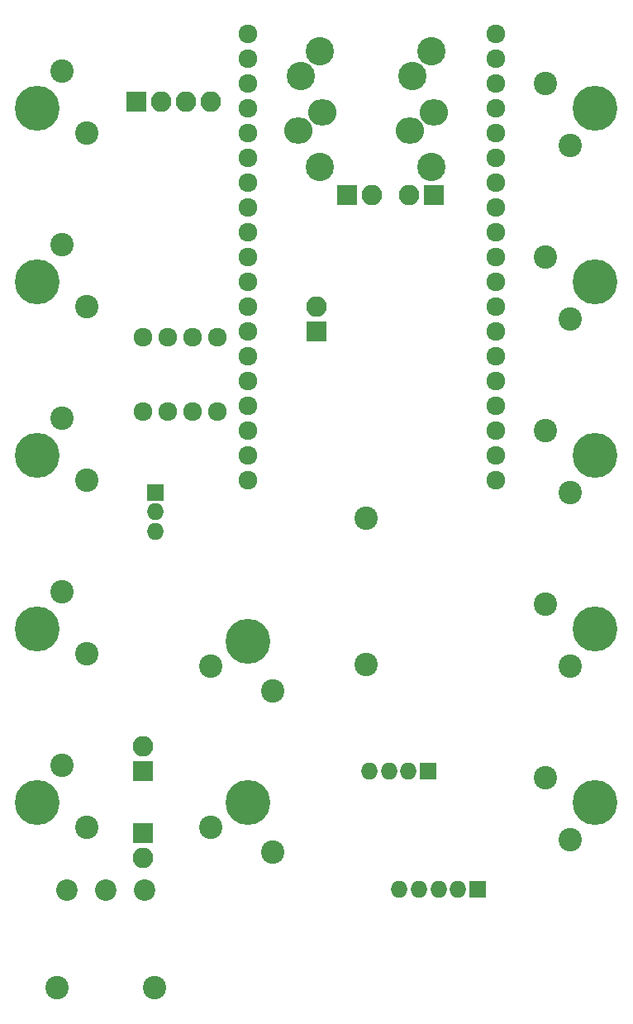
<source format=gbs>
G04 #@! TF.FileFunction,Soldermask,Bot*
%FSLAX46Y46*%
G04 Gerber Fmt 4.6, Leading zero omitted, Abs format (unit mm)*
G04 Created by KiCad (PCBNEW 4.0.1-stable) date 2020/11/03 12:41:02*
%MOMM*%
G01*
G04 APERTURE LIST*
%ADD10C,0.100000*%
%ADD11C,2.400000*%
%ADD12C,2.200000*%
%ADD13C,1.924000*%
%ADD14C,4.600000*%
%ADD15R,2.100000X2.100000*%
%ADD16O,2.100000X2.100000*%
%ADD17C,2.900000*%
%ADD18O,2.900000X2.700000*%
%ADD19R,1.750000X1.750000*%
%ADD20O,1.750000X1.750000*%
G04 APERTURE END LIST*
D10*
D11*
X121365000Y-159980000D03*
D12*
X122365000Y-149980000D03*
X126365000Y-149980000D03*
X130365000Y-149980000D03*
D11*
X131365000Y-159980000D03*
D13*
X140970000Y-85090000D03*
X166370000Y-85090000D03*
X140970000Y-87630000D03*
X140970000Y-90170000D03*
X140970000Y-92710000D03*
X140970000Y-95250000D03*
X140970000Y-97790000D03*
X140970000Y-82550000D03*
X140970000Y-80010000D03*
X140970000Y-77470000D03*
X140970000Y-74930000D03*
X140970000Y-72390000D03*
X140970000Y-69850000D03*
X140970000Y-67310000D03*
X140970000Y-100330000D03*
X140970000Y-102870000D03*
X140970000Y-64770000D03*
X140970000Y-105410000D03*
X140970000Y-107950000D03*
X140970000Y-62230000D03*
X166370000Y-62230000D03*
X166370000Y-64770000D03*
X166370000Y-67310000D03*
X166370000Y-69850000D03*
X166370000Y-72390000D03*
X166370000Y-74930000D03*
X166370000Y-77470000D03*
X166370000Y-80010000D03*
X166370000Y-82550000D03*
X166370000Y-87630000D03*
X166370000Y-90170000D03*
X166370000Y-92710000D03*
X166370000Y-95250000D03*
X166370000Y-97790000D03*
X166370000Y-100330000D03*
X166370000Y-102870000D03*
X166370000Y-105410000D03*
X166370000Y-107950000D03*
D11*
X121920000Y-66040000D03*
X124460000Y-72390000D03*
D14*
X119380000Y-69850000D03*
D11*
X121920000Y-83820000D03*
X124460000Y-90170000D03*
D14*
X119380000Y-87630000D03*
D11*
X121920000Y-101600000D03*
X124460000Y-107950000D03*
D14*
X119380000Y-105410000D03*
D11*
X121920000Y-119380000D03*
X124460000Y-125730000D03*
D14*
X119380000Y-123190000D03*
D11*
X121920000Y-137160000D03*
X124460000Y-143510000D03*
D14*
X119380000Y-140970000D03*
D11*
X173990000Y-73660000D03*
X171450000Y-67310000D03*
D14*
X176530000Y-69850000D03*
D11*
X173990000Y-91440000D03*
X171450000Y-85090000D03*
D14*
X176530000Y-87630000D03*
D11*
X173990000Y-109220000D03*
X171450000Y-102870000D03*
D14*
X176530000Y-105410000D03*
D11*
X173990000Y-127000000D03*
X171450000Y-120650000D03*
D14*
X176530000Y-123190000D03*
D11*
X173990000Y-144780000D03*
X171450000Y-138430000D03*
D14*
X176530000Y-140970000D03*
D11*
X137160000Y-143510000D03*
X143510000Y-146050000D03*
D14*
X140970000Y-140970000D03*
D11*
X137160000Y-127000000D03*
X143510000Y-129540000D03*
D14*
X140970000Y-124460000D03*
D13*
X130175000Y-93345000D03*
X132715000Y-93345000D03*
X135255000Y-93345000D03*
X137795000Y-93345000D03*
X130175000Y-100965000D03*
X132715000Y-100965000D03*
X135255000Y-100965000D03*
X137795000Y-100965000D03*
D15*
X147955000Y-92710000D03*
D16*
X147955000Y-90170000D03*
D15*
X130175000Y-144145000D03*
D16*
X130175000Y-146685000D03*
D15*
X160020000Y-78740000D03*
D16*
X157480000Y-78740000D03*
D15*
X151130000Y-78740000D03*
D16*
X153670000Y-78740000D03*
D17*
X148320000Y-64050000D03*
D18*
X148520000Y-70250000D03*
D17*
X148320000Y-75850000D03*
X146320000Y-66550000D03*
D18*
X146120000Y-72150000D03*
D17*
X159750000Y-64050000D03*
D18*
X159950000Y-70250000D03*
D17*
X159750000Y-75850000D03*
X157750000Y-66550000D03*
D18*
X157550000Y-72150000D03*
D15*
X130175000Y-137795000D03*
D16*
X130175000Y-135255000D03*
D15*
X129540000Y-69215000D03*
D16*
X132080000Y-69215000D03*
X134620000Y-69215000D03*
X137160000Y-69215000D03*
D11*
X153035000Y-126880000D03*
X153035000Y-111880000D03*
D19*
X159385000Y-137795000D03*
D20*
X157385000Y-137795000D03*
X155385000Y-137795000D03*
X153385000Y-137795000D03*
D19*
X131445000Y-109220000D03*
D20*
X131445000Y-111220000D03*
X131445000Y-113220000D03*
D19*
X164465000Y-149860000D03*
D20*
X162465000Y-149860000D03*
X160465000Y-149860000D03*
X158465000Y-149860000D03*
X156465000Y-149860000D03*
M02*

</source>
